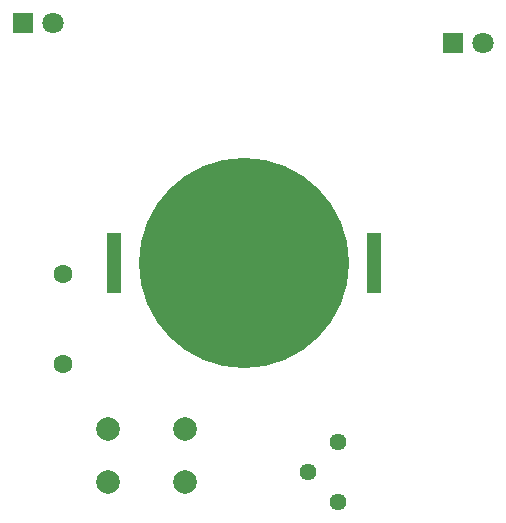
<source format=gbr>
%TF.GenerationSoftware,KiCad,Pcbnew,9.0.2*%
%TF.CreationDate,2025-05-23T21:21:04+05:30*%
%TF.ProjectId,transisted-v2,7472616e-7369-4737-9465-642d76322e6b,rev?*%
%TF.SameCoordinates,Original*%
%TF.FileFunction,Soldermask,Bot*%
%TF.FilePolarity,Negative*%
%FSLAX46Y46*%
G04 Gerber Fmt 4.6, Leading zero omitted, Abs format (unit mm)*
G04 Created by KiCad (PCBNEW 9.0.2) date 2025-05-23 21:21:04*
%MOMM*%
%LPD*%
G01*
G04 APERTURE LIST*
%ADD10R,1.800000X1.800000*%
%ADD11C,1.800000*%
%ADD12C,1.600000*%
%ADD13C,2.000000*%
%ADD14R,1.270000X5.080000*%
%ADD15C,17.800000*%
%ADD16C,1.440000*%
G04 APERTURE END LIST*
D10*
%TO.C,D1*%
X128400000Y-89250000D03*
D11*
X130940000Y-89250000D03*
%TD*%
D10*
%TO.C,D2*%
X164860000Y-91010000D03*
D11*
X167400000Y-91010000D03*
%TD*%
D12*
%TO.C,R1*%
X131800000Y-110570000D03*
X131800000Y-118190000D03*
%TD*%
D13*
%TO.C,SW1*%
X142110000Y-123630000D03*
X135610000Y-123630000D03*
X142110000Y-128130000D03*
X135610000Y-128130000D03*
%TD*%
D14*
%TO.C,BT1*%
X158105000Y-109640000D03*
X136135000Y-109640000D03*
D15*
X147120000Y-109640000D03*
%TD*%
D16*
%TO.C,RV1*%
X155090000Y-129840000D03*
X152550000Y-127300000D03*
X155090000Y-124760000D03*
%TD*%
M02*

</source>
